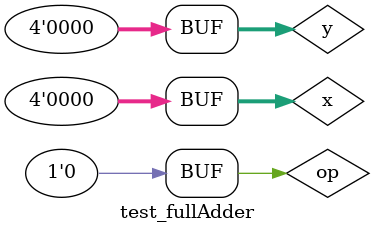
<source format=v>
 
module fullAdder (output s1, output s0,
                               input a,  
                               input b,  
                               input ci);
   wire x,y,z;
   xorgate XOR1(x,a,b);
   andgate AND1(y,a,b);
   xorgate XOR2(s1,x,ci);
   andgate AND2(z,x,ci);
   orgate OR2(s0,z,y);



endmodule // fullAdder

module fullAS4 (output [4:0] s,
                               input [3:0] a,
                               input [3:0] b,
										 input op);
   wire v1,v2,v3,v0,x1,x2,x3,x4;
	xorgate XOR1(x1,b[0],op);
	xorgate XOR2(x2,b[1],op);
	xorgate XOR3(x3,b[2],op);
	xorgate XOR4(x4,b[3],op);
   fullAdder HA1(s[0],v0,a[0],x1,op);
   fullAdder FA1(s[1],v1,a[1],x2,v0);
   fullAdder FA2(s[2],v2,a[2],x3,v1);
   fullAdder FA3(s[3],v3,a[3],x4,v2);
   xorgate XOR5(s[4],v3,op);

endmodule // fullAdder

module verifZero(output s, input [3:0] a);
	wire s1,s2;
	norgate NOR1(s1,a[0],a[1]);
	norgate NOR2(s2,s1,a[2]);
	norgate NOR3(s,s2,a[3]);
endmodule

module andgate (output s,
                               input a,  
                               input b);
  assign s = a & b;
endmodule

module norgate (output s,
                               input a,  
                               input b);
  assign s = ~(a|b);
endmodule

module xorgate (output s,
                               input a,  
                               input b);
  assign s = a ^ b;
endmodule
module orgate (output s,
                               input a,  
                               input b);
  assign s = a | b;
endmodule

module test_fullAdder; 
// ------------------------- definir dados 
      reg [3:0] x = 4'b0000; 
      reg [3:0] y = 4'b0000; 
      reg op = 0;
      wire [4:0] result;
		wire e;
      
      fullAS4 FAS41(result,x,y,op);
		verifZero V0(e,result[3:0]);

 
// ------------------------- parte principal 
 initial begin 
      $display("Exemplo0021 - André Henriques Fernandes - 427386");
      $display("Test ALUs full adder"); 
 
      $monitor("op = %4b -> %4b %4b -> %4b",op,x,y,e);
      
      #1 x=4'b0110; y=4'b0100; op=0;

      #1 x=4'b0111; y=4'b0111; op=1;

      #1 x=4'b0101; y=4'b0111; op=0;

      #1 x=4'b0011; y=4'b0100; op=0;

      #1 x=4'b0100; y=4'b0010; op=1;
		
		#1 x=4'b1111; y=4'b0010; op=1;
		
		#1 x=4'b0000; y=4'b0000; op=0;
 
 end 
 
endmodule // test_fullAdder
</source>
